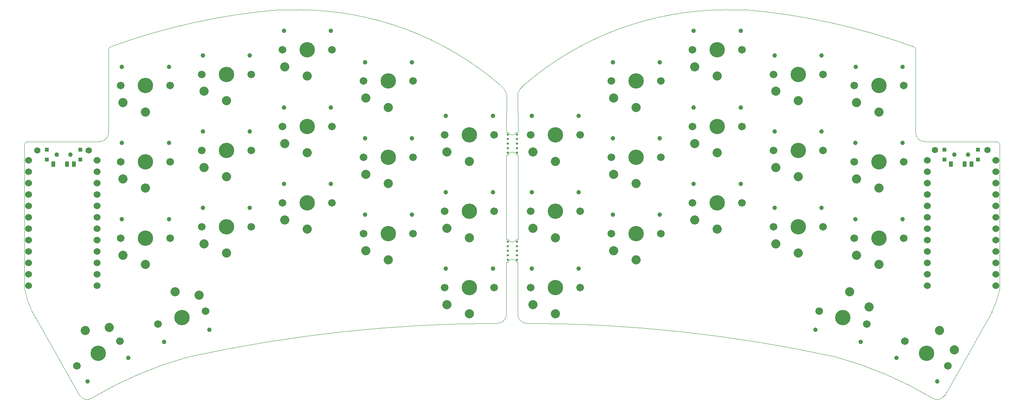
<source format=gbs>
%TF.GenerationSoftware,KiCad,Pcbnew,(6.0.4-0)*%
%TF.CreationDate,2022-04-01T22:46:24+02:00*%
%TF.ProjectId,sweepv2.1,73776565-7076-4322-9e31-2e6b69636164,rev?*%
%TF.SameCoordinates,Original*%
%TF.FileFunction,Soldermask,Bot*%
%TF.FilePolarity,Negative*%
%FSLAX46Y46*%
G04 Gerber Fmt 4.6, Leading zero omitted, Abs format (unit mm)*
G04 Created by KiCad (PCBNEW (6.0.4-0)) date 2022-04-01 22:46:24*
%MOMM*%
%LPD*%
G01*
G04 APERTURE LIST*
%TA.AperFunction,Profile*%
%ADD10C,0.050000*%
%TD*%
%ADD11C,1.524000*%
%ADD12C,0.990600*%
%ADD13C,1.701800*%
%ADD14C,3.429000*%
%ADD15C,2.032000*%
%ADD16C,0.500000*%
%ADD17C,1.397000*%
%ADD18C,1.000000*%
%ADD19R,0.900000X0.900000*%
%ADD20R,0.900000X1.250000*%
G04 APERTURE END LIST*
D10*
X131508500Y-77724000D02*
X131506254Y-89547024D01*
X220004999Y-48946165D02*
X219998045Y-30439419D01*
X223714000Y-108050000D02*
G75*
G03*
X226446000Y-107451265I1070000J1650000D01*
G01*
X220005034Y-48946164D02*
G75*
G03*
X222040000Y-50877083I1999966J69964D01*
G01*
X219563295Y-29758875D02*
G75*
G03*
X182067777Y-21502679I-49442795J-135273425D01*
G01*
X178120389Y-21508128D02*
G75*
G03*
X132893000Y-38265000I-253989J-68728072D01*
G01*
X238688017Y-51627083D02*
G75*
G03*
X237938000Y-50877083I-750017J-17D01*
G01*
X132893000Y-38265000D02*
G75*
G03*
X131466055Y-40278702I2445000J-3245000D01*
G01*
X131506294Y-89547021D02*
G75*
G03*
X133544000Y-91383119I1978006J146421D01*
G01*
X219998002Y-30439419D02*
G75*
G03*
X219563290Y-29758889I-750002J19D01*
G01*
X223714000Y-108050000D02*
G75*
G03*
X202185134Y-98863946I-44316000J-74040000D01*
G01*
X222040000Y-50877083D02*
X237938000Y-50877083D01*
X202185136Y-98863939D02*
G75*
G03*
X133544000Y-91383119I-69219136J-316475461D01*
G01*
X238688000Y-58420000D02*
X238688000Y-66548000D01*
X236953304Y-88858150D02*
X226446000Y-107451265D01*
X236953312Y-88858154D02*
G75*
G03*
X238690000Y-83850000I-18792912J9322054D01*
G01*
X182067777Y-21502679D02*
X178120389Y-21508139D01*
X238688000Y-51627083D02*
X238688000Y-58420000D01*
X131466055Y-40278702D02*
X131572000Y-48768000D01*
X129349500Y-48768000D02*
X128960000Y-48768000D01*
X238688000Y-66548000D02*
X238688000Y-75438000D01*
X238688000Y-75438000D02*
X238690000Y-83850000D01*
X129349500Y-72644000D02*
X128960000Y-72644000D01*
X129349500Y-53848000D02*
X128960000Y-53848000D01*
X129349500Y-77724000D02*
X128960000Y-77724000D01*
X131572000Y-53848000D02*
X131572000Y-72644000D01*
X78412223Y-21502679D02*
X82613611Y-21508139D01*
X21792000Y-51627083D02*
X21792000Y-58420000D01*
X128960000Y-77724000D02*
X128975507Y-89545022D01*
X129013945Y-40278702D02*
G75*
G03*
X127587000Y-38265000I-3871945J-1231298D01*
G01*
X126936000Y-91383122D02*
G75*
G03*
X128975507Y-89545022I59500J1984522D01*
G01*
X40481999Y-48949082D02*
X40481955Y-30439419D01*
X21792000Y-66548000D02*
X21792000Y-73914000D01*
X23526696Y-88858150D02*
X34034000Y-107451265D01*
X38446998Y-50880017D02*
G75*
G03*
X40481999Y-48949082I35002J2000917D01*
G01*
X78412223Y-21502678D02*
G75*
G03*
X40916710Y-29758889I11947327J-143529582D01*
G01*
X126936000Y-91383119D02*
G75*
G03*
X58294866Y-98863946I578050J-323956411D01*
G01*
X21789999Y-83530000D02*
G75*
G03*
X23526696Y-88858150I19062771J3266350D01*
G01*
X22542000Y-50877100D02*
G75*
G03*
X21792000Y-51627083I0J-750000D01*
G01*
X21792000Y-58420000D02*
X21792000Y-66548000D01*
X40916692Y-29758850D02*
G75*
G03*
X40481955Y-30439419I315308J-680550D01*
G01*
X34034000Y-107451265D02*
G75*
G03*
X36766000Y-108050000I1662000J1051265D01*
G01*
X127586989Y-38265013D02*
G75*
G03*
X82613611Y-21508139I-44973389J-51973087D01*
G01*
X58294866Y-98863946D02*
G75*
G03*
X36766000Y-108050000I22787134J-83226054D01*
G01*
X21792000Y-73914000D02*
X21790000Y-83530000D01*
X128960000Y-53848000D02*
X128960000Y-72644000D01*
X129013945Y-40278702D02*
X128960000Y-48768000D01*
X131508500Y-77724000D02*
X131254500Y-77724000D01*
X131572000Y-48768000D02*
X131254500Y-48768000D01*
X131254499Y-77724001D02*
G75*
G03*
X129349501Y-77724000I-952499J-380999D01*
G01*
X131254499Y-53848001D02*
G75*
G03*
X129349501Y-53848000I-952499J-380999D01*
G01*
X131572000Y-53848000D02*
X131254500Y-53848000D01*
X131572000Y-72644000D02*
X131254500Y-72644000D01*
X129349501Y-72643999D02*
G75*
G03*
X131254499Y-72644000I952499J380999D01*
G01*
X22542000Y-50877083D02*
X38446998Y-50880000D01*
X129349501Y-48767999D02*
G75*
G03*
X131254499Y-48768000I952499J380999D01*
G01*
D11*
%TO.C,U1*%
X237789400Y-55086000D03*
X237789400Y-57626000D03*
X237789400Y-60166000D03*
X237789400Y-62706000D03*
X237789400Y-65246000D03*
X237789400Y-67786000D03*
X237789400Y-70326000D03*
X237789400Y-72866000D03*
X237789400Y-75406000D03*
X237789400Y-77946000D03*
X237789400Y-80486000D03*
X237789400Y-83026000D03*
X222569400Y-83026000D03*
X222569400Y-80486000D03*
X222569400Y-77946000D03*
X222569400Y-75406000D03*
X222569400Y-72866000D03*
X222569400Y-70326000D03*
X222569400Y-67786000D03*
X222569400Y-65246000D03*
X222569400Y-62706000D03*
X222569400Y-60166000D03*
X222569400Y-57626000D03*
X222569400Y-55086000D03*
%TD*%
D12*
%TO.C,SW16*%
X181076000Y-60316000D03*
D13*
X181356000Y-64516000D03*
D12*
X170636000Y-60316000D03*
D13*
X170356000Y-64516000D03*
D14*
X175856000Y-64516000D03*
D15*
X175856000Y-70416000D03*
X170856000Y-68316000D03*
%TD*%
D13*
%TO.C,SW20*%
X217622860Y-95332000D03*
D12*
X215765347Y-99109307D03*
D13*
X227149140Y-100832000D03*
D12*
X224806653Y-104329307D03*
D14*
X222386000Y-98082000D03*
D15*
X225336000Y-92972450D03*
X228616127Y-97291103D03*
%TD*%
D13*
%TO.C,SW15*%
X152356000Y-71374000D03*
D14*
X157856000Y-71374000D03*
D12*
X152636000Y-67174000D03*
X163076000Y-67174000D03*
D13*
X163356000Y-71374000D03*
D15*
X157856000Y-77274000D03*
X152856000Y-75174000D03*
%TD*%
D14*
%TO.C,SW21*%
X203826000Y-90082000D03*
D13*
X198513408Y-88658495D03*
X209138592Y-91505505D03*
D12*
X207781093Y-95489924D03*
X197696827Y-92787853D03*
D15*
X205353032Y-84383038D03*
X209639142Y-87705577D03*
%TD*%
D13*
%TO.C,SW17*%
X188356000Y-69850000D03*
D14*
X193856000Y-69850000D03*
D12*
X199076000Y-65650000D03*
D13*
X199356000Y-69850000D03*
D12*
X188636000Y-65650000D03*
D15*
X193856000Y-75750000D03*
X188856000Y-73650000D03*
%TD*%
D13*
%TO.C,SW18*%
X206336000Y-72390000D03*
X217336000Y-72390000D03*
D12*
X217056000Y-68190000D03*
D14*
X211836000Y-72390000D03*
D12*
X206616000Y-68190000D03*
D15*
X211836000Y-78290000D03*
X206836000Y-76190000D03*
%TD*%
D13*
%TO.C,SW4*%
X170356000Y-30382000D03*
D12*
X170636000Y-26182000D03*
D14*
X175856000Y-30382000D03*
D13*
X181356000Y-30382000D03*
D12*
X181076000Y-26182000D03*
D15*
X175856000Y-36282000D03*
X170856000Y-34182000D03*
%TD*%
D13*
%TO.C,SW3*%
X152356000Y-37382000D03*
D12*
X152636000Y-33182000D03*
D13*
X163356000Y-37382000D03*
D14*
X157856000Y-37382000D03*
D12*
X163076000Y-33182000D03*
D15*
X157856000Y-43282000D03*
X152856000Y-41182000D03*
%TD*%
D12*
%TO.C,SW9*%
X163076000Y-50156000D03*
D14*
X157856000Y-54356000D03*
D12*
X152636000Y-50156000D03*
D13*
X163356000Y-54356000D03*
X152356000Y-54356000D03*
D15*
X157856000Y-60256000D03*
X152856000Y-58156000D03*
%TD*%
D14*
%TO.C,SW14*%
X139856000Y-83382000D03*
D13*
X145356000Y-83382000D03*
D12*
X134636000Y-79182000D03*
X145076000Y-79182000D03*
D13*
X134356000Y-83382000D03*
D15*
X139856000Y-89282000D03*
X134856000Y-87182000D03*
%TD*%
D14*
%TO.C,SW12*%
X211836000Y-55372000D03*
D13*
X206336000Y-55372000D03*
X217336000Y-55372000D03*
D12*
X217056000Y-51172000D03*
X206616000Y-51172000D03*
D15*
X211836000Y-61272000D03*
X206836000Y-59172000D03*
%TD*%
D14*
%TO.C,SW11*%
X193856000Y-52832000D03*
D12*
X188636000Y-48632000D03*
X199076000Y-48632000D03*
D13*
X188356000Y-52832000D03*
X199356000Y-52832000D03*
D15*
X193856000Y-58732000D03*
X188856000Y-56632000D03*
%TD*%
D14*
%TO.C,SW8*%
X139856000Y-66382000D03*
D13*
X134356000Y-66382000D03*
D12*
X134636000Y-62182000D03*
D13*
X145356000Y-66382000D03*
D12*
X145076000Y-62182000D03*
D15*
X139856000Y-72282000D03*
X134856000Y-70182000D03*
%TD*%
D12*
%TO.C,SW6*%
X206636000Y-34182000D03*
D13*
X206356000Y-38382000D03*
X217356000Y-38382000D03*
D12*
X217076000Y-34182000D03*
D14*
X211856000Y-38382000D03*
D15*
X211856000Y-44282000D03*
X206856000Y-42182000D03*
%TD*%
D13*
%TO.C,SW5*%
X199356000Y-35882000D03*
D14*
X193856000Y-35882000D03*
D13*
X188356000Y-35882000D03*
D12*
X188636000Y-31682000D03*
X199076000Y-31682000D03*
D15*
X193856000Y-41782000D03*
X188856000Y-39682000D03*
%TD*%
D13*
%TO.C,SW2*%
X134356000Y-49382000D03*
X145356000Y-49382000D03*
D14*
X139856000Y-49382000D03*
D12*
X145076000Y-45182000D03*
X134636000Y-45182000D03*
D15*
X139856000Y-55282000D03*
X134856000Y-53182000D03*
%TD*%
D16*
%TO.C,mouse-bite-2mm-slot*%
X129286000Y-51308000D03*
X131318000Y-51308000D03*
X129286000Y-50292000D03*
X129286000Y-49276000D03*
X129286000Y-52324000D03*
X131318000Y-49276000D03*
X129286000Y-53340000D03*
X131318000Y-50292000D03*
X131318000Y-53340000D03*
X131318000Y-52324000D03*
%TD*%
%TO.C,mouse-bite-2mm-slot*%
X131318000Y-77216000D03*
X131318000Y-74168000D03*
X129286000Y-73152000D03*
X131318000Y-75184000D03*
X131318000Y-73152000D03*
X129286000Y-74168000D03*
X129286000Y-75184000D03*
X129286000Y-77216000D03*
X131318000Y-76200000D03*
X129286000Y-76200000D03*
%TD*%
D13*
%TO.C,SW10*%
X170356000Y-47498000D03*
D12*
X170636000Y-43298000D03*
X181076000Y-43298000D03*
D14*
X175856000Y-47498000D03*
D13*
X181356000Y-47498000D03*
D15*
X175856000Y-53398000D03*
X170856000Y-51298000D03*
%TD*%
D17*
%TO.C,Bat+r1*%
X235966000Y-52800000D03*
%TD*%
%TO.C,BatGND1*%
X224282000Y-52800000D03*
%TD*%
D11*
%TO.C,U2*%
X37937400Y-55086000D03*
X37937400Y-57626000D03*
X37937400Y-60166000D03*
X37937400Y-62706000D03*
X37937400Y-65246000D03*
X37937400Y-67786000D03*
X37937400Y-70326000D03*
X37937400Y-72866000D03*
X37937400Y-75406000D03*
X37937400Y-77946000D03*
X37937400Y-80486000D03*
X37937400Y-83026000D03*
X22717400Y-83026000D03*
X22717400Y-80486000D03*
X22717400Y-77946000D03*
X22717400Y-75406000D03*
X22717400Y-72866000D03*
X22717400Y-70326000D03*
X22717400Y-67786000D03*
X22717400Y-65246000D03*
X22717400Y-62706000D03*
X22717400Y-60166000D03*
X22717400Y-57626000D03*
X22717400Y-55086000D03*
%TD*%
D12*
%TO.C,SW17_r1*%
X43466000Y-68190000D03*
D13*
X43186000Y-72390000D03*
D14*
X48686000Y-72390000D03*
D13*
X54186000Y-72390000D03*
D12*
X53906000Y-68190000D03*
D15*
X48686000Y-78290000D03*
X43686000Y-76190000D03*
%TD*%
D12*
%TO.C,SW11_r1*%
X61480000Y-48632000D03*
X71920000Y-48632000D03*
D13*
X61200000Y-52832000D03*
X72200000Y-52832000D03*
D14*
X66700000Y-52832000D03*
D15*
X66700000Y-58732000D03*
X61700000Y-56632000D03*
%TD*%
D13*
%TO.C,SW15_r1*%
X90188000Y-64516000D03*
D12*
X79468000Y-60316000D03*
D14*
X84688000Y-64516000D03*
D13*
X79188000Y-64516000D03*
D12*
X89908000Y-60316000D03*
D15*
X84688000Y-70416000D03*
X79688000Y-68316000D03*
%TD*%
D14*
%TO.C,SW18_r1*%
X102714000Y-71374000D03*
D13*
X108214000Y-71374000D03*
D12*
X97494000Y-67174000D03*
D13*
X97214000Y-71374000D03*
D12*
X107934000Y-67174000D03*
D15*
X102714000Y-77274000D03*
X97714000Y-75174000D03*
%TD*%
D13*
%TO.C,SW6_r1*%
X54186000Y-38382000D03*
D12*
X53906000Y-34182000D03*
X43466000Y-34182000D03*
D13*
X43186000Y-38382000D03*
D14*
X48686000Y-38382000D03*
D15*
X48686000Y-44282000D03*
X43686000Y-42182000D03*
%TD*%
D13*
%TO.C,SW5_r1*%
X61200000Y-35882000D03*
D12*
X71920000Y-31682000D03*
D14*
X66700000Y-35882000D03*
D13*
X72200000Y-35882000D03*
D12*
X61480000Y-31682000D03*
D15*
X66700000Y-41782000D03*
X61700000Y-39682000D03*
%TD*%
D12*
%TO.C,SW2_r1*%
X125952000Y-45182000D03*
X115512000Y-45182000D03*
D13*
X115232000Y-49382000D03*
D14*
X120732000Y-49382000D03*
D13*
X126232000Y-49382000D03*
D15*
X120732000Y-55282000D03*
X115732000Y-53182000D03*
%TD*%
D14*
%TO.C,SW16_r1*%
X66700000Y-69850000D03*
D13*
X61200000Y-69850000D03*
D12*
X61480000Y-65650000D03*
X71920000Y-65650000D03*
D13*
X72200000Y-69850000D03*
D15*
X66700000Y-75750000D03*
X61700000Y-73650000D03*
%TD*%
D13*
%TO.C,SW4_r1*%
X79188000Y-30382000D03*
D12*
X89908000Y-26182000D03*
D14*
X84688000Y-30382000D03*
D13*
X90188000Y-30382000D03*
D12*
X79468000Y-26182000D03*
D15*
X84688000Y-36282000D03*
X79688000Y-34182000D03*
%TD*%
D13*
%TO.C,SW13_r1*%
X115232000Y-83382000D03*
D12*
X115512000Y-79182000D03*
X125952000Y-79182000D03*
D13*
X126232000Y-83382000D03*
D14*
X120732000Y-83382000D03*
D15*
X120732000Y-89282000D03*
X115732000Y-87182000D03*
%TD*%
D14*
%TO.C,SW12_r1*%
X48686000Y-55372000D03*
D13*
X43186000Y-55372000D03*
D12*
X53906000Y-51172000D03*
X43466000Y-51172000D03*
D13*
X54186000Y-55372000D03*
D15*
X48686000Y-61272000D03*
X43686000Y-59172000D03*
%TD*%
D12*
%TO.C,SW3_r1*%
X97494000Y-33182000D03*
D14*
X102714000Y-37382000D03*
D13*
X97214000Y-37382000D03*
D12*
X107934000Y-33182000D03*
D13*
X108214000Y-37382000D03*
D15*
X102714000Y-43282000D03*
X97714000Y-41182000D03*
%TD*%
D13*
%TO.C,SW8_r1*%
X108214000Y-54356000D03*
D14*
X102714000Y-54356000D03*
D13*
X97214000Y-54356000D03*
D12*
X107934000Y-50156000D03*
X97494000Y-50156000D03*
D15*
X102714000Y-60256000D03*
X97714000Y-58156000D03*
%TD*%
D13*
%TO.C,SW21_r1*%
X62090592Y-88658495D03*
D12*
X62907173Y-92787853D03*
D13*
X51465408Y-91505505D03*
D12*
X52822907Y-95489924D03*
D14*
X56778000Y-90082000D03*
D15*
X55250968Y-84383038D03*
X60624117Y-85117387D03*
%TD*%
D13*
%TO.C,SW9_r1*%
X79188000Y-47498000D03*
D14*
X84688000Y-47498000D03*
D13*
X90188000Y-47498000D03*
D12*
X89908000Y-43298000D03*
X79468000Y-43298000D03*
D15*
X84688000Y-53398000D03*
X79688000Y-51298000D03*
%TD*%
D12*
%TO.C,SW20_r1*%
X35797347Y-104329307D03*
D13*
X42981140Y-95332000D03*
X33454860Y-100832000D03*
D14*
X38218000Y-98082000D03*
D12*
X44838653Y-99109307D03*
D15*
X35268000Y-92972450D03*
X40648127Y-92291103D03*
%TD*%
D12*
%TO.C,SW7_r1*%
X115512000Y-62182000D03*
D14*
X120732000Y-66382000D03*
D13*
X115232000Y-66382000D03*
X126232000Y-66382000D03*
D12*
X125952000Y-62182000D03*
D15*
X120732000Y-72282000D03*
X115732000Y-70182000D03*
%TD*%
D17*
%TO.C,BatGND4*%
X36068000Y-52832000D03*
%TD*%
%TO.C,Bat+1*%
X24638000Y-52832000D03*
%TD*%
D18*
%TO.C,SW_POWERR1*%
X228624000Y-53816000D03*
X231624000Y-53816000D03*
D19*
X226424000Y-52716000D03*
X233824000Y-54916000D03*
X226424000Y-54916000D03*
X233824000Y-52716000D03*
D20*
X227874000Y-55891000D03*
X230874000Y-55891000D03*
X232374000Y-55891000D03*
%TD*%
D18*
%TO.C,SW_POWER1*%
X31980000Y-53816000D03*
X28980000Y-53816000D03*
D19*
X34180000Y-54916000D03*
X34180000Y-52716000D03*
X26780000Y-54916000D03*
X26780000Y-52716000D03*
D20*
X28230000Y-55891000D03*
X31230000Y-55891000D03*
X32730000Y-55891000D03*
%TD*%
M02*

</source>
